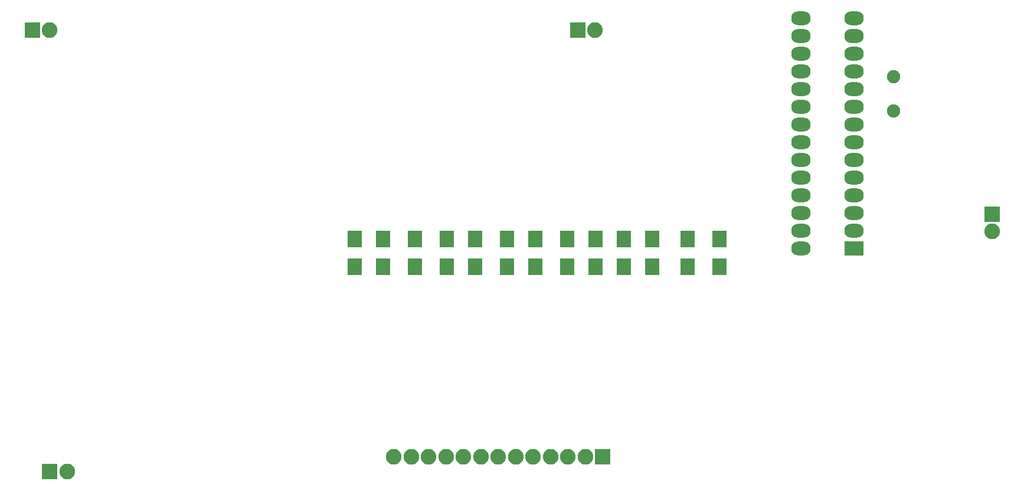
<source format=gbr>
G04 #@! TF.FileFunction,Soldermask,Bot*
%FSLAX46Y46*%
G04 Gerber Fmt 4.6, Leading zero omitted, Abs format (unit mm)*
G04 Created by KiCad (PCBNEW 4.0.6) date 09/27/17 00:39:41*
%MOMM*%
%LPD*%
G01*
G04 APERTURE LIST*
%ADD10C,0.100000*%
%ADD11R,2.000000X2.400000*%
%ADD12R,2.250000X2.250000*%
%ADD13C,2.250000*%
%ADD14R,2.800000X2.000000*%
%ADD15O,2.800000X2.000000*%
%ADD16C,1.900000*%
G04 APERTURE END LIST*
D10*
D11*
X176301400Y-94012000D03*
X176301400Y-98012000D03*
X123977400Y-94012000D03*
X123977400Y-98012000D03*
X128041400Y-94012000D03*
X128041400Y-98012000D03*
X132613400Y-94012000D03*
X132613400Y-98012000D03*
X137185400Y-94012000D03*
X137185400Y-98012000D03*
X141249400Y-94012000D03*
X141249400Y-98012000D03*
X145821400Y-94012000D03*
X145821400Y-98012000D03*
X149885400Y-94012000D03*
X149885400Y-98012000D03*
X154457400Y-94012000D03*
X154457400Y-98012000D03*
X158521400Y-94012000D03*
X158521400Y-98012000D03*
X162585400Y-94012000D03*
X162585400Y-98012000D03*
X166649400Y-94012000D03*
X166649400Y-98012000D03*
X171729400Y-94012000D03*
X171729400Y-98012000D03*
D12*
X155956000Y-64008000D03*
D13*
X158456000Y-64008000D03*
D14*
X195580000Y-95377000D03*
D15*
X187960000Y-62357000D03*
X195580000Y-92837000D03*
X187960000Y-64897000D03*
X195580000Y-90297000D03*
X187960000Y-67437000D03*
X195580000Y-87757000D03*
X187960000Y-69977000D03*
X195580000Y-85217000D03*
X187960000Y-72517000D03*
X195580000Y-82677000D03*
X187960000Y-75057000D03*
X195580000Y-80137000D03*
X187960000Y-77597000D03*
X195580000Y-77597000D03*
X187960000Y-80137000D03*
X195580000Y-75057000D03*
X187960000Y-82677000D03*
X195580000Y-72517000D03*
X187960000Y-85217000D03*
X195580000Y-69977000D03*
X187960000Y-87757000D03*
X195580000Y-67437000D03*
X187960000Y-90297000D03*
X195580000Y-64897000D03*
X187960000Y-92837000D03*
X195580000Y-62357000D03*
X187960000Y-95377000D03*
D16*
X201295000Y-70739000D03*
X201295000Y-75619000D03*
D12*
X159575500Y-125260100D03*
D13*
X157075500Y-125260100D03*
X154575500Y-125260100D03*
X152075500Y-125260100D03*
X149575500Y-125260100D03*
X147075500Y-125260100D03*
X144575500Y-125260100D03*
X142075500Y-125260100D03*
X139575500Y-125260100D03*
X137075500Y-125260100D03*
X134575500Y-125260100D03*
X132075500Y-125260100D03*
X129575500Y-125260100D03*
D12*
X215392000Y-90424000D03*
D13*
X215392000Y-92924000D03*
D12*
X80238600Y-127355600D03*
D13*
X82738600Y-127355600D03*
D12*
X77724000Y-64008000D03*
D13*
X80224000Y-64008000D03*
M02*

</source>
